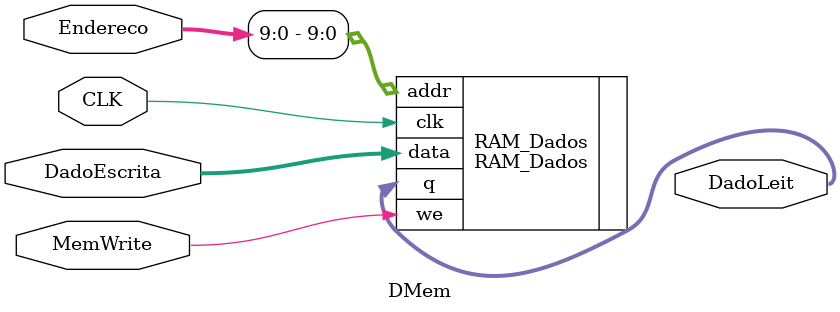
<source format=v>
module DMem(Endereco, DadoEscrita, MemWrite, DadoLeit, CLK);

	input [31:0] Endereco, DadoEscrita;
	input MemWrite, CLK;
	output [31:0] DadoLeit;
	
	RAM_Dados RAM_Dados(.data(DadoEscrita), .addr(Endereco[9:0]), .we(MemWrite), .clk(CLK), .q(DadoLeit));
	
endmodule
</source>
